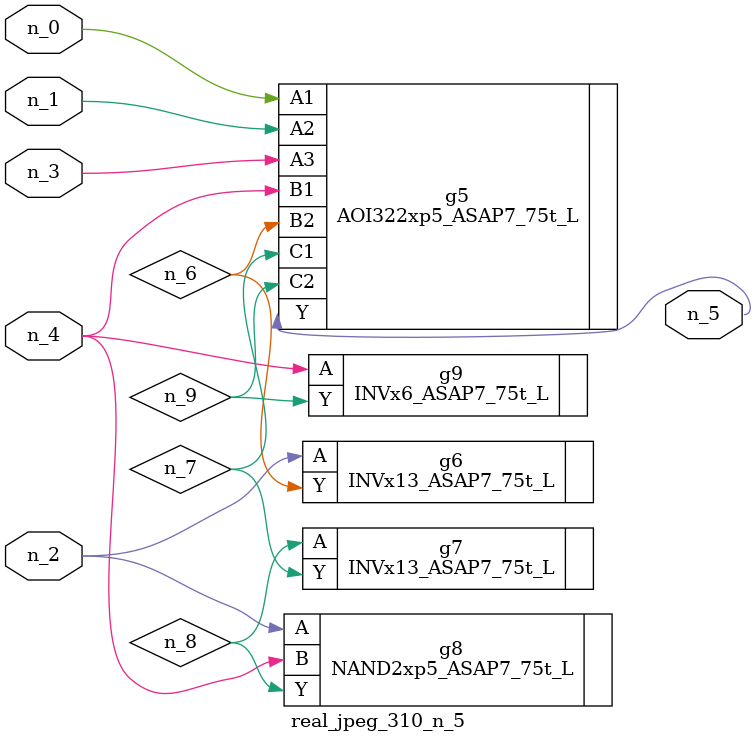
<source format=v>
module real_jpeg_310_n_5 (n_4, n_0, n_1, n_2, n_3, n_5);

input n_4;
input n_0;
input n_1;
input n_2;
input n_3;

output n_5;

wire n_8;
wire n_6;
wire n_7;
wire n_9;

AOI322xp5_ASAP7_75t_L g5 ( 
.A1(n_0),
.A2(n_1),
.A3(n_3),
.B1(n_4),
.B2(n_6),
.C1(n_7),
.C2(n_9),
.Y(n_5)
);

INVx13_ASAP7_75t_L g6 ( 
.A(n_2),
.Y(n_6)
);

NAND2xp5_ASAP7_75t_L g8 ( 
.A(n_2),
.B(n_4),
.Y(n_8)
);

INVx6_ASAP7_75t_L g9 ( 
.A(n_4),
.Y(n_9)
);

INVx13_ASAP7_75t_L g7 ( 
.A(n_8),
.Y(n_7)
);


endmodule
</source>
